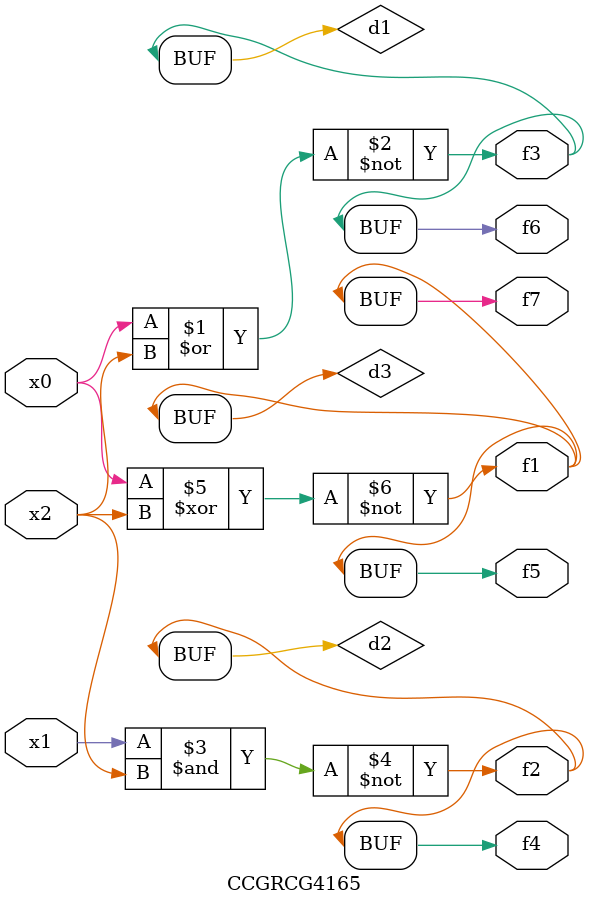
<source format=v>
module CCGRCG4165(
	input x0, x1, x2,
	output f1, f2, f3, f4, f5, f6, f7
);

	wire d1, d2, d3;

	nor (d1, x0, x2);
	nand (d2, x1, x2);
	xnor (d3, x0, x2);
	assign f1 = d3;
	assign f2 = d2;
	assign f3 = d1;
	assign f4 = d2;
	assign f5 = d3;
	assign f6 = d1;
	assign f7 = d3;
endmodule

</source>
